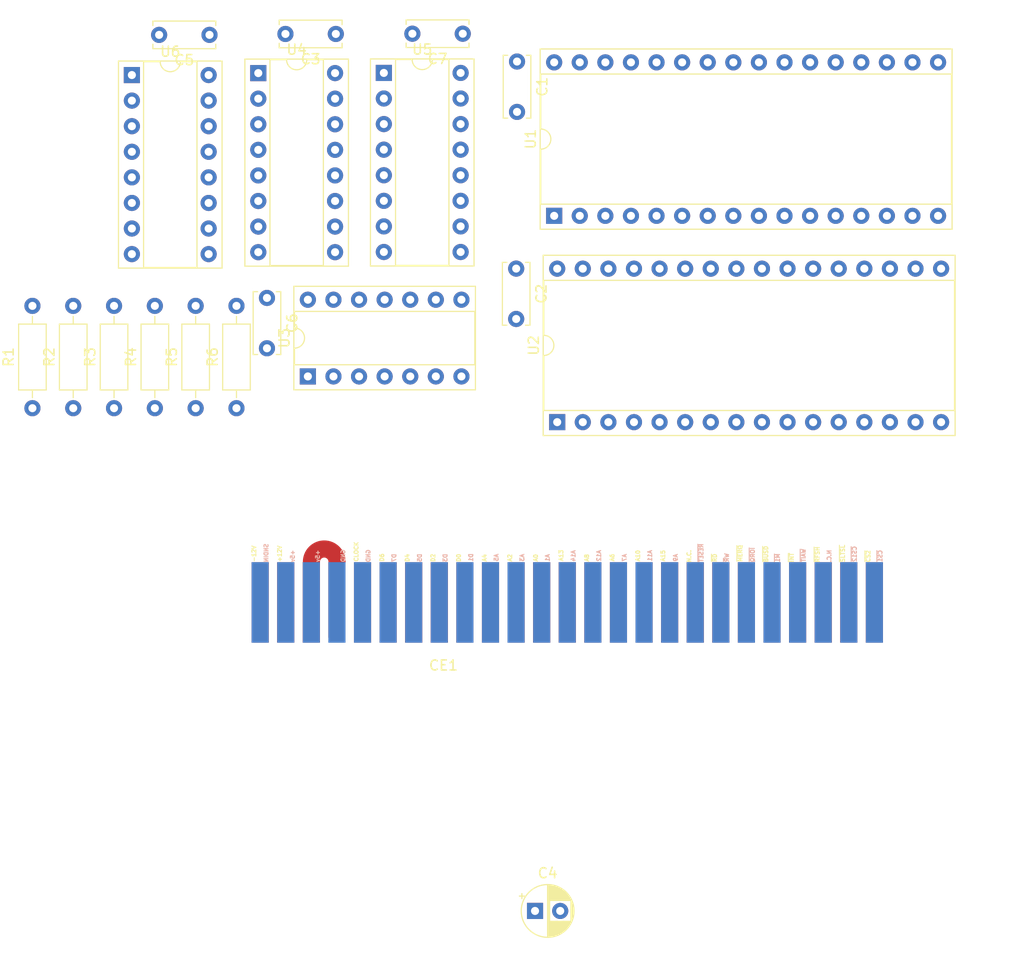
<source format=kicad_pcb>
(kicad_pcb (version 20221018) (generator pcbnew)
  (layers (0 "F.Cu" signal) (31 "B.Cu" signal) (34 "B.Paste" user) (35 "F.Paste" user) (36 "B.SilkS" user "B.Silkscreen") (37 "F.SilkS" user "F.Silkscreen") (38 "B.Mask" user) (39 "F.Mask" user) (44 "Edge.Cuts" user))
  (net 0 "")
  (net 21 "+5V")
  (net 22 "GND")
  (net 23 "/MA13")
  (net 24 "/MA14")
  (net 25 "/MA15")
  (net 26 "/MA16")
  (net 27 "/MA17")
  (net 28 "/A12")
  (net 29 "/A7")
  (net 30 "/A6")
  (net 31 "/A5")
  (net 32 "/A4")
  (net 33 "/A3")
  (net 34 "/A2")
  (net 35 "/A1")
  (net 36 "/A0")
  (net 37 "/D0")
  (net 38 "/D1")
  (net 39 "/D2")
  (net 40 "/D3")
  (net 41 "/D4")
  (net 42 "/D5")
  (net 43 "/D6")
  (net 44 "/D7")
  (net 45 "/ROM_CE1")
  (net 46 "/A10")
  (net 47 "/{slash}RD")
  (net 48 "/A11")
  (net 49 "/A9")
  (net 50 "/A8")
  (net 51 "/ROM_CE2")
  (net 52 "/{slash}WR")
  (net 53 "/{slash}SLTSL")
  (net 54 "/A15")
  (net 55 "/A13")
  (net 56 "Net-(U5A-A0)")
  (net 57 "Net-(U4-~{Er})")
  (net 58 "Net-(U4-~{Ew})")
  (net 65 "Net-(U3-Pad1)")
  (footprint "Resistor_THT:R_Axial_DIN0207_L6.3mm_D2.5mm_P10.16mm_Horizontal" (layer "F.Cu") (at 53.08 69.9 90)
    (fp_text reference "R4" (at 5.08 -2.37 90) (layer "F.SilkS"))
    (fp_text value "470R")
    (pad "1" thru_hole circle (at 0 0 90) (size 1.6 1.6) (drill 0.8) (layers "*.Cu" "*.Mask") (net 22 "GND"))
    (pad "2" thru_hole oval (at 10.16 0 90) (size 1.6 1.6) (drill 0.8) (layers "*.Cu" "*.Mask") (net 26 "/MA16"))
  )
  (footprint "Package_DIP:DIP-32_W15.24mm_Socket" (layer "F.Cu") (at 93.010721 71.285933 90)
    (fp_text reference "U2" (at 7.62 -2.33 90) (layer "F.SilkS"))
    (fp_text value "SST27ST020")
    (pad "1" thru_hole rect (at 0 0 90) (size 1.6 1.6) (drill 0.8) (layers "*.Cu" "*.Mask") (net 21 "+5V"))
    (pad "2" thru_hole oval (at 0 2.54 90) (size 1.6 1.6) (drill 0.8) (layers "*.Cu" "*.Mask") (net 26 "/MA16"))
    (pad "3" thru_hole oval (at 0 5.08 90) (size 1.6 1.6) (drill 0.8) (layers "*.Cu" "*.Mask") (net 25 "/MA15"))
    (pad "4" thru_hole oval (at 0 7.62 90) (size 1.6 1.6) (drill 0.8) (layers "*.Cu" "*.Mask") (net 28 "/A12"))
    (pad "5" thru_hole oval (at 0 10.16 90) (size 1.6 1.6) (drill 0.8) (layers "*.Cu" "*.Mask") (net 29 "/A7"))
    (pad "6" thru_hole oval (at 0 12.7 90) (size 1.6 1.6) (drill 0.8) (layers "*.Cu" "*.Mask") (net 30 "/A6"))
    (pad "7" thru_hole oval (at 0 15.24 90) (size 1.6 1.6) (drill 0.8) (layers "*.Cu" "*.Mask") (net 31 "/A5"))
    (pad "8" thru_hole oval (at 0 17.78 90) (size 1.6 1.6) (drill 0.8) (layers "*.Cu" "*.Mask") (net 32 "/A4"))
    (pad "9" thru_hole oval (at 0 20.32 90) (size 1.6 1.6) (drill 0.8) (layers "*.Cu" "*.Mask") (net 33 "/A3"))
    (pad "10" thru_hole oval (at 0 22.86 90) (size 1.6 1.6) (drill 0.8) (layers "*.Cu" "*.Mask") (net 34 "/A2"))
    (pad "11" thru_hole oval (at 0 25.4 90) (size 1.6 1.6) (drill 0.8) (layers "*.Cu" "*.Mask") (net 35 "/A1"))
    (pad "12" thru_hole oval (at 0 27.94 90) (size 1.6 1.6) (drill 0.8) (layers "*.Cu" "*.Mask") (net 36 "/A0"))
    (pad "13" thru_hole oval (at 0 30.48 90) (size 1.6 1.6) (drill 0.8) (layers "*.Cu" "*.Mask") (net 37 "/D0"))
    (pad "14" thru_hole oval (at 0 33.02 90) (size 1.6 1.6) (drill 0.8) (layers "*.Cu" "*.Mask") (net 38 "/D1"))
    (pad "15" thru_hole oval (at 0 35.56 90) (size 1.6 1.6) (drill 0.8) (layers "*.Cu" "*.Mask") (net 39 "/D2"))
    (pad "16" thru_hole oval (at 0 38.1 90) (size 1.6 1.6) (drill 0.8) (layers "*.Cu" "*.Mask") (net 22 "GND"))
    (pad "17" thru_hole oval (at 15.24 38.1 90) (size 1.6 1.6) (drill 0.8) (layers "*.Cu" "*.Mask") (net 40 "/D3"))
    (pad "18" thru_hole oval (at 15.24 35.56 90) (size 1.6 1.6) (drill 0.8) (layers "*.Cu" "*.Mask") (net 41 "/D4"))
    (pad "19" thru_hole oval (at 15.24 33.02 90) (size 1.6 1.6) (drill 0.8) (layers "*.Cu" "*.Mask") (net 42 "/D5"))
    (pad "20" thru_hole oval (at 15.24 30.48 90) (size 1.6 1.6) (drill 0.8) (layers "*.Cu" "*.Mask") (net 43 "/D6"))
    (pad "21" thru_hole oval (at 15.24 27.94 90) (size 1.6 1.6) (drill 0.8) (layers "*.Cu" "*.Mask") (net 44 "/D7"))
    (pad "22" thru_hole oval (at 15.24 25.4 90) (size 1.6 1.6) (drill 0.8) (layers "*.Cu" "*.Mask") (net 51 "/ROM_CE2"))
    (pad "23" thru_hole oval (at 15.24 22.86 90) (size 1.6 1.6) (drill 0.8) (layers "*.Cu" "*.Mask") (net 46 "/A10"))
    (pad "24" thru_hole oval (at 15.24 20.32 90) (size 1.6 1.6) (drill 0.8) (layers "*.Cu" "*.Mask") (net 47 "/{slash}RD"))
    (pad "25" thru_hole oval (at 15.24 17.78 90) (size 1.6 1.6) (drill 0.8) (layers "*.Cu" "*.Mask") (net 48 "/A11"))
    (pad "26" thru_hole oval (at 15.24 15.24 90) (size 1.6 1.6) (drill 0.8) (layers "*.Cu" "*.Mask") (net 49 "/A9"))
    (pad "27" thru_hole oval (at 15.24 12.7 90) (size 1.6 1.6) (drill 0.8) (layers "*.Cu" "*.Mask") (net 50 "/A8"))
    (pad "28" thru_hole oval (at 15.24 10.16 90) (size 1.6 1.6) (drill 0.8) (layers "*.Cu" "*.Mask") (net 23 "/MA13"))
    (pad "29" thru_hole oval (at 15.24 7.62 90) (size 1.6 1.6) (drill 0.8) (layers "*.Cu" "*.Mask") (net 24 "/MA14"))
    (pad "30" thru_hole oval (at 15.24 5.08 90) (size 1.6 1.6) (drill 0.8) (layers "*.Cu" "*.Mask") (net 27 "/MA17"))
    (pad "31" thru_hole oval (at 15.24 2.54 90) (size 1.6 1.6) (drill 0.8) (layers "*.Cu" "*.Mask") (net 21 "+5V"))
    (pad "32" thru_hole oval (at 15.24 0 90) (size 1.6 1.6) (drill 0.8) (layers "*.Cu" "*.Mask") (net 21 "+5V"))
  )
  (footprint "Package_DIP:DIP-16_W7.62mm_Socket" (layer "F.Cu") (at 50.8 36.82)
    (fp_text reference "U6" (at 3.81 -2.33) (layer "F.SilkS"))
    (fp_text value "74LS670")
    (pad "1" thru_hole rect (at 0 0) (size 1.6 1.6) (drill 0.8) (layers "*.Cu" "*.Mask") (net 42 "/D5"))
    (pad "2" thru_hole oval (at 0 2.54) (size 1.6 1.6) (drill 0.8) (layers "*.Cu" "*.Mask"))
    (pad "3" thru_hole oval (at 0 5.08) (size 1.6 1.6) (drill 0.8) (layers "*.Cu" "*.Mask"))
    (pad "4" thru_hole oval (at 0 7.62) (size 1.6 1.6) (drill 0.8) (layers "*.Cu" "*.Mask") (net 55 "/A13"))
    (pad "5" thru_hole oval (at 0 10.16) (size 1.6 1.6) (drill 0.8) (layers "*.Cu" "*.Mask") (net 54 "/A15"))
    (pad "6" thru_hole oval (at 0 12.7) (size 1.6 1.6) (drill 0.8) (layers "*.Cu" "*.Mask"))
    (pad "7" thru_hole oval (at 0 15.24) (size 1.6 1.6) (drill 0.8) (layers "*.Cu" "*.Mask"))
    (pad "8" thru_hole oval (at 0 17.78) (size 1.6 1.6) (drill 0.8) (layers "*.Cu" "*.Mask") (net 22 "GND"))
    (pad "9" thru_hole oval (at 7.62 17.78) (size 1.6 1.6) (drill 0.8) (layers "*.Cu" "*.Mask") (net 56 "Net-(U5A-A0)"))
    (pad "10" thru_hole oval (at 7.62 15.24) (size 1.6 1.6) (drill 0.8) (layers "*.Cu" "*.Mask") (net 27 "/MA17"))
    (pad "11" thru_hole oval (at 7.62 12.7) (size 1.6 1.6) (drill 0.8) (layers "*.Cu" "*.Mask") (net 57 "Net-(U4-~{Er})"))
    (pad "12" thru_hole oval (at 7.62 10.16) (size 1.6 1.6) (drill 0.8) (layers "*.Cu" "*.Mask") (net 58 "Net-(U4-~{Ew})"))
    (pad "13" thru_hole oval (at 7.62 7.62) (size 1.6 1.6) (drill 0.8) (layers "*.Cu" "*.Mask") (net 55 "/A13"))
    (pad "14" thru_hole oval (at 7.62 5.08) (size 1.6 1.6) (drill 0.8) (layers "*.Cu" "*.Mask") (net 54 "/A15"))
    (pad "15" thru_hole oval (at 7.62 2.54) (size 1.6 1.6) (drill 0.8) (layers "*.Cu" "*.Mask") (net 41 "/D4"))
    (pad "16" thru_hole oval (at 7.62 0) (size 1.6 1.6) (drill 0.8) (layers "*.Cu" "*.Mask") (net 21 "+5V"))
  )
  (footprint "Package_DIP:DIP-16_W7.62mm_Socket" (layer "F.Cu") (at 63.344983 36.627013)
    (fp_text reference "U4" (at 3.81 -2.33) (layer "F.SilkS"))
    (fp_text value "74LS670")
    (pad "1" thru_hole rect (at 0 0) (size 1.6 1.6) (drill 0.8) (layers "*.Cu" "*.Mask") (net 39 "/D2"))
    (pad "2" thru_hole oval (at 0 2.54) (size 1.6 1.6) (drill 0.8) (layers "*.Cu" "*.Mask") (net 38 "/D1"))
    (pad "3" thru_hole oval (at 0 5.08) (size 1.6 1.6) (drill 0.8) (layers "*.Cu" "*.Mask") (net 37 "/D0"))
    (pad "4" thru_hole oval (at 0 7.62) (size 1.6 1.6) (drill 0.8) (layers "*.Cu" "*.Mask") (net 55 "/A13"))
    (pad "5" thru_hole oval (at 0 10.16) (size 1.6 1.6) (drill 0.8) (layers "*.Cu" "*.Mask") (net 54 "/A15"))
    (pad "6" thru_hole oval (at 0 12.7) (size 1.6 1.6) (drill 0.8) (layers "*.Cu" "*.Mask") (net 23 "/MA13"))
    (pad "7" thru_hole oval (at 0 15.24) (size 1.6 1.6) (drill 0.8) (layers "*.Cu" "*.Mask") (net 24 "/MA14"))
    (pad "8" thru_hole oval (at 0 17.78) (size 1.6 1.6) (drill 0.8) (layers "*.Cu" "*.Mask") (net 22 "GND"))
    (pad "9" thru_hole oval (at 7.62 17.78) (size 1.6 1.6) (drill 0.8) (layers "*.Cu" "*.Mask") (net 25 "/MA15"))
    (pad "10" thru_hole oval (at 7.62 15.24) (size 1.6 1.6) (drill 0.8) (layers "*.Cu" "*.Mask") (net 26 "/MA16"))
    (pad "11" thru_hole oval (at 7.62 12.7) (size 1.6 1.6) (drill 0.8) (layers "*.Cu" "*.Mask") (net 57 "Net-(U4-~{Er})"))
    (pad "12" thru_hole oval (at 7.62 10.16) (size 1.6 1.6) (drill 0.8) (layers "*.Cu" "*.Mask") (net 58 "Net-(U4-~{Ew})"))
    (pad "13" thru_hole oval (at 7.62 7.62) (size 1.6 1.6) (drill 0.8) (layers "*.Cu" "*.Mask") (net 55 "/A13"))
    (pad "14" thru_hole oval (at 7.62 5.08) (size 1.6 1.6) (drill 0.8) (layers "*.Cu" "*.Mask") (net 54 "/A15"))
    (pad "15" thru_hole oval (at 7.62 2.54) (size 1.6 1.6) (drill 0.8) (layers "*.Cu" "*.Mask") (net 40 "/D3"))
    (pad "16" thru_hole oval (at 7.62 0) (size 1.6 1.6) (drill 0.8) (layers "*.Cu" "*.Mask") (net 21 "+5V"))
  )
  (footprint "Capacitor_THT:CP_Radial_D5.0mm_P2.50mm" (layer "F.Cu") (at 90.809775 119.82)
    (fp_text reference "C4" (at 1.25 -3.75) (layer "F.SilkS"))
    (fp_text value "10uf")
    (pad "1" thru_hole rect (at 0 0) (size 1.6 1.6) (drill 0.8) (layers "*.Cu" "*.Mask") (net 21 "+5V"))
    (pad "2" thru_hole circle (at 2.5 0) (size 1.6 1.6) (drill 0.8) (layers "*.Cu" "*.Mask") (net 22 "GND"))
  )
  (footprint "Capacitor_THT:C_Disc_D6.0mm_W2.5mm_P5.00mm" (layer "F.Cu") (at 71.04 32.740403 180)
    (fp_text reference "C3" (at 2.5 -2.5) (layer "F.SilkS"))
    (fp_text value "100n")
    (pad "1" thru_hole circle (at 0 0 180) (size 1.6 1.6) (drill 0.8) (layers "*.Cu" "*.Mask") (net 21 "+5V"))
    (pad "2" thru_hole circle (at 5 0 180) (size 1.6 1.6) (drill 0.8) (layers "*.Cu" "*.Mask") (net 22 "GND"))
  )
  (footprint "Capacitor_THT:C_Disc_D6.0mm_W2.5mm_P5.00mm" (layer "F.Cu") (at 64.206199 58.950752 -90)
    (fp_text reference "C6" (at 2.5 -2.5 90) (layer "F.SilkS"))
    (fp_text value "100n")
    (pad "1" thru_hole circle (at 0 0 270) (size 1.6 1.6) (drill 0.8) (layers "*.Cu" "*.Mask") (net 21 "+5V"))
    (pad "2" thru_hole circle (at 5 0 270) (size 1.6 1.6) (drill 0.8) (layers "*.Cu" "*.Mask") (net 22 "GND"))
  )
  (footprint "Capacitor_THT:C_Disc_D6.0mm_W2.5mm_P5.00mm" (layer "F.Cu") (at 58.504437 32.831333 180)
    (fp_text reference "C5" (at 2.5 -2.5) (layer "F.SilkS"))
    (fp_text value "100n")
    (pad "1" thru_hole circle (at 0 0 180) (size 1.6 1.6) (drill 0.8) (layers "*.Cu" "*.Mask") (net 21 "+5V"))
    (pad "2" thru_hole circle (at 5 0 180) (size 1.6 1.6) (drill 0.8) (layers "*.Cu" "*.Mask") (net 22 "GND"))
  )
  (footprint "Package_DIP:DIP-32_W15.24mm_Socket" (layer "F.Cu") (at 92.71 50.8 90)
    (fp_text reference "U1" (at 7.62 -2.33 90) (layer "F.SilkS"))
    (fp_text value "SST27ST020")
    (pad "1" thru_hole rect (at 0 0 90) (size 1.6 1.6) (drill 0.8) (layers "*.Cu" "*.Mask") (net 21 "+5V"))
    (pad "2" thru_hole oval (at 0 2.54 90) (size 1.6 1.6) (drill 0.8) (layers "*.Cu" "*.Mask") (net 26 "/MA16"))
    (pad "3" thru_hole oval (at 0 5.08 90) (size 1.6 1.6) (drill 0.8) (layers "*.Cu" "*.Mask") (net 25 "/MA15"))
    (pad "4" thru_hole oval (at 0 7.62 90) (size 1.6 1.6) (drill 0.8) (layers "*.Cu" "*.Mask") (net 28 "/A12"))
    (pad "5" thru_hole oval (at 0 10.16 90) (size 1.6 1.6) (drill 0.8) (layers "*.Cu" "*.Mask") (net 29 "/A7"))
    (pad "6" thru_hole oval (at 0 12.7 90) (size 1.6 1.6) (drill 0.8) (layers "*.Cu" "*.Mask") (net 30 "/A6"))
    (pad "7" thru_hole oval (at 0 15.24 90) (size 1.6 1.6) (drill 0.8) (layers "*.Cu" "*.Mask") (net 31 "/A5"))
    (pad "8" thru_hole oval (at 0 17.78 90) (size 1.6 1.6) (drill 0.8) (layers "*.Cu" "*.Mask") (net 32 "/A4"))
    (pad "9" thru_hole oval (at 0 20.32 90) (size 1.6 1.6) (drill 0.8) (layers "*.Cu" "*.Mask") (net 33 "/A3"))
    (pad "10" thru_hole oval (at 0 22.86 90) (size 1.6 1.6) (drill 0.8) (layers "*.Cu" "*.Mask") (net 34 "/A2"))
    (pad "11" thru_hole oval (at 0 25.4 90) (size 1.6 1.6) (drill 0.8) (layers "*.Cu" "*.Mask") (net 35 "/A1"))
    (pad "12" thru_hole oval (at 0 27.94 90) (size 1.6 1.6) (drill 0.8) (layers "*.Cu" "*.Mask") (net 36 "/A0"))
    (pad "13" thru_hole oval (at 0 30.48 90) (size 1.6 1.6) (drill 0.8) (layers "*.Cu" "*.Mask") (net 37 "/D0"))
    (pad "14" thru_hole oval (at 0 33.02 90) (size 1.6 1.6) (drill 0.8) (layers "*.Cu" "*.Mask") (net 38 "/D1"))
    (pad "15" thru_hole oval (at 0 35.56 90) (size 1.6 1.6) (drill 0.8) (layers "*.Cu" "*.Mask") (net 39 "/D2"))
    (pad "16" thru_hole oval (at 0 38.1 90) (size 1.6 1.6) (drill 0.8) (layers "*.Cu" "*.Mask") (net 22 "GND"))
    (pad "17" thru_hole oval (at 15.24 38.1 90) (size 1.6 1.6) (drill 0.8) (layers "*.Cu" "*.Mask") (net 40 "/D3"))
    (pad "18" thru_hole oval (at 15.24 35.56 90) (size 1.6 1.6) (drill 0.8) (layers "*.Cu" "*.Mask") (net 41 "/D4"))
    (pad "19" thru_hole oval (at 15.24 33.02 90) (size 1.6 1.6) (drill 0.8) (layers "*.Cu" "*.Mask") (net 42 "/D5"))
    (pad "20" thru_hole oval (at 15.24 30.48 90) (size 1.6 1.6) (drill 0.8) (layers "*.Cu" "*.Mask") (net 43 "/D6"))
    (pad "21" thru_hole oval (at 15.24 27.94 90) (size 1.6 1.6) (drill 0.8) (layers "*.Cu" "*.Mask") (net 44 "/D7"))
    (pad "22" thru_hole oval (at 15.24 25.4 90) (size 1.6 1.6) (drill 0.8) (layers "*.Cu" "*.Mask") (net 45 "/ROM_CE1"))
    (pad "23" thru_hole oval (at 15.24 22.86 90) (size 1.6 1.6) (drill 0.8) (layers "*.Cu" "*.Mask") (net 46 "/A10"))
    (pad "24" thru_hole oval (at 15.24 20.32 90) (size 1.6 1.6) (drill 0.8) (layers "*.Cu" "*.Mask") (net 47 "/{slash}RD"))
    (pad "25" thru_hole oval (at 15.24 17.78 90) (size 1.6 1.6) (drill 0.8) (layers "*.Cu" "*.Mask") (net 48 "/A11"))
    (pad "26" thru_hole oval (at 15.24 15.24 90) (size 1.6 1.6) (drill 0.8) (layers "*.Cu" "*.Mask") (net 49 "/A9"))
    (pad "27" thru_hole oval (at 15.24 12.7 90) (size 1.6 1.6) (drill 0.8) (layers "*.Cu" "*.Mask") (net 50 "/A8"))
    (pad "28" thru_hole oval (at 15.24 10.16 90) (size 1.6 1.6) (drill 0.8) (layers "*.Cu" "*.Mask") (net 23 "/MA13"))
    (pad "29" thru_hole oval (at 15.24 7.62 90) (size 1.6 1.6) (drill 0.8) (layers "*.Cu" "*.Mask") (net 24 "/MA14"))
    (pad "30" thru_hole oval (at 15.24 5.08 90) (size 1.6 1.6) (drill 0.8) (layers "*.Cu" "*.Mask") (net 27 "/MA17"))
    (pad "31" thru_hole oval (at 15.24 2.54 90) (size 1.6 1.6) (drill 0.8) (layers "*.Cu" "*.Mask") (net 21 "+5V"))
    (pad "32" thru_hole oval (at 15.24 0 90) (size 1.6 1.6) (drill 0.8) (layers "*.Cu" "*.Mask") (net 21 "+5V"))
  )
  (footprint "Package_DIP:DIP-16_W7.62mm_Socket" (layer "F.Cu") (at 75.806441 36.609889)
    (fp_text reference "U5" (at 3.81 -2.33) (layer "F.SilkS"))
    (fp_text value "74LS139")
    (pad "1" thru_hole rect (at 0 0) (size 1.6 1.6) (drill 0.8) (layers "*.Cu" "*.Mask") (net 53 "/{slash}SLTSL"))
    (pad "2" thru_hole oval (at 0 2.54) (size 1.6 1.6) (drill 0.8) (layers "*.Cu" "*.Mask") (net 56 "Net-(U5A-A0)"))
    (pad "3" thru_hole oval (at 0 5.08) (size 1.6 1.6) (drill 0.8) (layers "*.Cu" "*.Mask") (net 22 "GND"))
    (pad "4" thru_hole oval (at 0 7.62) (size 1.6 1.6) (drill 0.8) (layers "*.Cu" "*.Mask") (net 45 "/ROM_CE1"))
    (pad "5" thru_hole oval (at 0 10.16) (size 1.6 1.6) (drill 0.8) (layers "*.Cu" "*.Mask") (net 51 "/ROM_CE2"))
    (pad "6" thru_hole oval (at 0 12.7) (size 1.6 1.6) (drill 0.8) (layers "*.Cu" "*.Mask"))
    (pad "7" thru_hole oval (at 0 15.24) (size 1.6 1.6) (drill 0.8) (layers "*.Cu" "*.Mask"))
    (pad "8" thru_hole oval (at 0 17.78) (size 1.6 1.6) (drill 0.8) (layers "*.Cu" "*.Mask") (net 22 "GND"))
    (pad "9" thru_hole oval (at 7.62 17.78) (size 1.6 1.6) (drill 0.8) (layers "*.Cu" "*.Mask"))
    (pad "10" thru_hole oval (at 7.62 15.24) (size 1.6 1.6) (drill 0.8) (layers "*.Cu" "*.Mask"))
    (pad "11" thru_hole oval (at 7.62 12.7) (size 1.6 1.6) (drill 0.8) (layers "*.Cu" "*.Mask"))
    (pad "12" thru_hole oval (at 7.62 10.16) (size 1.6 1.6) (drill 0.8) (layers "*.Cu" "*.Mask"))
    (pad "13" thru_hole oval (at 7.62 7.62) (size 1.6 1.6) (drill 0.8) (layers "*.Cu" "*.Mask"))
    (pad "14" thru_hole oval (at 7.62 5.08) (size 1.6 1.6) (drill 0.8) (layers "*.Cu" "*.Mask"))
    (pad "15" thru_hole oval (at 7.62 2.54) (size 1.6 1.6) (drill 0.8) (layers "*.Cu" "*.Mask"))
    (pad "16" thru_hole oval (at 7.62 0) (size 1.6 1.6) (drill 0.8) (layers "*.Cu" "*.Mask") (net 21 "+5V"))
  )
  (footprint "Lib_add:card_edge_connector_MSX" (layer "F.Cu") (at 92.75 86.04)
    (fp_text reference "CE1" (at -11.03 9.4) (layer "F.SilkS"))
    (fp_text value "Card_Edge_Connector_MSX")
    (fp_text user "GND" (at -18.49 -1.48 -90) (layer "B.SilkS") (effects (font (size 0.4 0.4) (thickness 0.1)) (justify mirror)))
    (fp_text user "A9" (at 12.01 -1.3 -90) (layer "B.SilkS") (effects (font (size 0.4 0.4) (thickness 0.1)) (justify mirror)))
    (fp_text user "~{CS12}" (at 29.77 -1.66 -90) (layer "B.SilkS") (effects (font (size 0.4 0.4) (thickness 0.1)) (justify mirror)))
    (fp_text user "~{RESET}" (at 14.55 -1.77 -90) (layer "B.SilkS") (effects (font (size 0.4 0.4) (thickness 0.1)) (justify mirror)))
    (fp_text user "D5" (at -13.39 -1.28 -90) (layer "B.SilkS") (effects (font (size 0.4 0.4) (thickness 0.1)) (justify mirror)))
    (fp_text user "A12" (at 4.4 -1.49 -90) (layer "B.SilkS") (effects (font (size 0.4 0.4) (thickness 0.1)) (justify mirror)))
    (fp_text user "SNDIN" (at -28.62 -1.77 -90) (layer "B.SilkS") (effects (font (size 0.4 0.4) (thickness 0.1)) (justify mirror)))
    (fp_text user "D3" (at -10.85 -1.28 -90) (layer "B.SilkS") (effects (font (size 0.4 0.4) (thickness 0.1)) (justify mirror)))
    (fp_text user "A1" (at -0.7 -1.28 -90) (layer "B.SilkS") (effects (font (size 0.4 0.4) (thickness 0.1)) (justify mirror)))
    (fp_text user "A7" (at 6.94 -1.3 -90) (layer "B.SilkS") (effects (font (size 0.4 0.4) (thickness 0.1)) (justify mirror)))
    (fp_text user "D1" (at -8.3 -1.31 -90) (layer "B.SilkS") (effects (font (size 0.4 0.4) (thickness 0.1)) (justify mirror)))
    (fp_text user "~{WAIT}" (at 24.71 -1.53 -90) (layer "B.SilkS") (effects (font (size 0.4 0.4) (thickness 0.1)) (justify mirror)))
    (fp_text user "~{IORQ}" (at 19.65 -1.59 -90) (layer "B.SilkS") (effects (font (size 0.4 0.4) (thickness 0.1)) (justify mirror)))
    (fp_text user "D7" (at -15.93 -1.28 -90) (layer "B.SilkS") (effects (font (size 0.4 0.4) (thickness 0.1)) (justify mirror)))
    (fp_text user "A5" (at -5.78 -1.31 -90) (layer "B.SilkS") (effects (font (size 0.4 0.4) (thickness 0.1)) (justify mirror)))
    (fp_text user "~{CS1}" (at 32.32 -1.46 -90) (layer "B.SilkS") (effects (font (size 0.4 0.4) (thickness 0.1)) (justify mirror)))
    (fp_text user "A14" (at 1.86 -1.48 -90) (layer "B.SilkS") (effects (font (size 0.4 0.4) (thickness 0.1)) (justify mirror)))
    (fp_text user "+5v" (at -26 -1.46 -90) (layer "B.SilkS") (effects (font (size 0.4 0.4) (thickness 0.1)) (justify mirror)))
    (fp_text user "GND" (at -20.99 -1.48 -90) (layer "B.SilkS") (effects (font (size 0.4 0.4) (thickness 0.1)) (justify mirror)))
    (fp_text user "~{M1}" (at 22.15 -1.28 -90) (layer "B.SilkS") (effects (font (size 0.4 0.4) (thickness 0.1)) (justify mirror)))
    (fp_text user "N.C." (at 27.26 -1.46 -90) (layer "B.SilkS") (effects (font (size 0.4 0.4) (thickness 0.1)) (justify mirror)))
    (fp_text user "+5v" (at -23.51 -1.46 -90) (layer "B.SilkS") (effects (font (size 0.4 0.4) (thickness 0.1)) (justify mirror)))
    (fp_text user "A3" (at -3.22 -1.3 -90) (layer "B.SilkS") (effects (font (size 0.4 0.4) (thickness 0.1)) (justify mirror)))
    (fp_text user "A11" (at 9.46 -1.49 -90) (layer "B.SilkS") (effects (font (size 0.4 0.4) (thickness 0.1)) (justify mirror)))
    (fp_text user "W~{R}" (at 17.09 -1.31 -90) (layer "B.SilkS") (effects (font (size 0.4 0.4) (thickness 0.1)) (justify mirror)))
    (fp_text user "A8" (at 3.2 -1.28 90) (layer "F.SilkS") (effects (font (size 0.4 0.4) (thickness 0.1))))
    (fp_text user "~{INT}" (at 23.53 -1.31 90) (layer "F.SilkS") (effects (font (size 0.4 0.4) (thickness 0.1))))
    (fp_text user "~{CS2}" (at 31.13 -1.44 90) (layer "F.SilkS") (effects (font (size 0.4 0.4) (thickness 0.1))))
    (fp_text user "~{MERQ}" (at 18.42 -1.72 90) (layer "F.SilkS") (effects (font (size 0.4 0.4) (thickness 0.1))))
    (fp_text user "D0" (at -9.51 -1.28 90) (layer "F.SilkS") (effects (font (size 0.4 0.4) (thickness 0.1))))
    (fp_text user "CLOCK" (at -19.68 -1.89 90) (layer "F.SilkS") (effects (font (size 0.4 0.4) (thickness 0.1))))
    (fp_text user "~{BUSD}" (at 20.98 -1.66 90) (layer "F.SilkS") (effects (font (size 0.4 0.4) (thickness 0.1))))
    (fp_text user "A0" (at -1.87 -1.28 90) (layer "F.SilkS") (effects (font (size 0.4 0.4) (thickness 0.1))))
    (fp_text user "A10" (at 8.27 -1.49 90) (layer "F.SilkS") (effects (font (size 0.4 0.4) (thickness 0.1))))
    (fp_text user "~{RD}" (at 15.9 -1.28 90) (layer "F.SilkS") (effects (font (size 0.4 0.4) (thickness 0.1))))
    (fp_text user "~{RFSH}" (at 26.09 -1.62 90) (layer "F.SilkS") (effects (font (size 0.4 0.4) (thickness 0.1))))
    (fp_text user "A2" (at -4.43 -1.28 90) (layer "F.SilkS") (effects (font (size 0.4 0.4) (thickness 0.1))))
    (fp_text user "A4" (at -6.95 -1.28 90) (layer "F.SilkS") (effects (font (size 0.4 0.4) (thickness 0.1))))
    (fp_text user "A13" (at 0.65 -1.52 90) (layer "F.SilkS") (effects (font (size 0.4 0.4) (thickness 0.1))))
    (fp_text user "-12V" (at -29.83 -1.69 90) (layer "F.SilkS") (effects (font (size 0.4 0.4) (thickness 0.1))))
    (fp_text user "+12V" (at -27.28 -1.69 90) (layer "F.SilkS") (effects (font (size 0.4 0.4) (thickness 0.1))))
    (fp_text user "N.C." (at 13.35 -1.45 90) (layer "F.SilkS") (effects (font (size 0.4 0.4) (thickness 0.1))))
    (fp_text user "A15" (at 10.76 -1.49 90) (layer "F.SilkS") (effects (font (size 0.4 0.4) (thickness 0.1))))
    (fp_text user "D6" (at -17.13 -1.31 90) (layer "F.SilkS") (effects (font (size 0.4 0.4) (thickness 0.1))))
    (fp_text user "D2" (at -12.06 -1.28 90) (layer "F.SilkS") (effects (font (size 0.4 0.4) (thickness 0.1))))
    (fp_text user "~{SLTSL}" (at 28.6 -1.71 90) (layer "F.SilkS") (effects (font (size 0.4 0.4) (thickness 0.1))))
    (fp_text user "D4" (at -14.61 -1.28 90) (layer "F.SilkS") (effects (font (size 0.4 0.4) (thickness 0.1))))
    (fp_text user "A6" (at 5.72 -1.31 90) (layer "F.SilkS") (effects (font (size 0.4 0.4) (thickness 0.1))))
    (fp_arc (start -24.13 -0.889) (mid -22.86 -2.159) (end -21.59 -0.889) (stroke (width 1.7)) (layer "F.Cu"))
    (pad "1" connect rect (at 31.73984 3.14744) (size 1.7 8) (layers "B.Cu" "B.Mask"))
    (pad "2" connect rect (at 31.73984 3.14744) (size 1.7 8) (layers "F.Cu" "F.Mask"))
    (pad "3" connect rect (at 29.19984 3.14744) (size 1.7 8) (layers "B.Cu" "B.Mask"))
    (pad "4" connect rect (at 29.19984 3.14744) (size 1.7 8) (layers "F.Cu" "F.Mask") (net 53 "/{slash}SLTSL"))
    (pad "5" connect rect (at 26.65984 3.14744) (size 1.7 8) (layers "B.Cu" "B.Mask"))
    (pad "6" connect rect (at 26.65984 3.14744) (size 1.7 8) (layers "F.Cu" "F.Mask"))
    (pad "7" connect rect (at 24.11984 3.14744) (size 1.7 8) (layers "B.Cu" "B.Mask"))
    (pad "8" connect rect (at 24.11984 3.14744) (size 1.7 8) (layers "F.Cu" "F.Mask"))
    (pad "9" connect rect (at 21.57984 3.14744) (size 1.7 8) (layers "B.Cu" "B.Mask"))
    (pad "10" connect rect (at 21.57984 3.14744) (size 1.7 8) (layers "F.Cu" "F.Mask"))
    (pad "11" connect rect (at 19.03984 3.14744) (size 1.7 8) (layers "B.Cu" "B.Mask"))
    (pad "12" connect rect (at 19.03984 3.14744) (size 1.7 8) (layers "F.Cu" "F.Mask"))
    (pad "13" connect rect (at 16.49984 3.14744) (size 1.7 8) (layers "B.Cu" "B.Mask") (net 52 "/{slash}WR"))
    (pad "14" connect rect (at 16.49984 3.14744) (size 1.7 8) (layers "F.Cu" "F.Mask") (net 47 "/{slash}RD"))
    (pad "15" connect rect (at 13.95984 3.14744) (size 1.7 8) (layers "B.Cu" "B.Mask"))
    (pad "16" connect rect (at 13.95984 3.14744) (size 1.7 8) (layers "F.Cu" "F.Mask"))
    (pad "17" connect rect (at 11.41984 3.14744) (size 1.7 8) (layers "B.Cu" "B.Mask") (net 49 "/A9"))
    (pad "18" connect rect (at 11.41984 3.14744) (size 1.7 8) (layers "F.Cu" "F.Mask") (net 54 "/A15"))
    (pad "19" connect rect (at 8.87984 3.14744) (size 1.7 8) (layers "B.Cu" "B.Mask") (net 48 "/A11"))
    (pad "20" connect rect (at 8.87984 3.14744) (size 1.7 8) (layers "F.Cu" "F.Mask") (net 46 "/A10"))
    (pad "21" connect rect (at 6.33984 3.14744) (size 1.7 8) (layers "B.Cu" "B.Mask") (net 29 "/A7"))
    (pad "22" connect rect (at 6.33984 3.14744) (size 1.7 8) (layers "F.Cu" "F.Mask") (net 30 "/A6"))
    (pad "23" connect rect (at 3.79984 3.14744) (size 1.7 8) (layers "B.Cu" "B.Mask") (net 28 "/A12"))
    (pad "24" connect rect (at 3.79984 3.14744) (size 1.7 8) (layers "F.Cu" "F.Mask") (net 50 "/A8"))
    (pad "25" connect rect (at 1.25984 3.14744) (size 1.7 8) (layers "B.Cu" "B.Mask"))
    (pad "26" connect rect (at 1.25984 3.14744) (size 1.7 8) (layers "F.Cu" "F.Mask") (net 55 "/A13"))
    (pad "27" connect rect (at -1.28016 3.14744) (size 1.7 8) (layers "B.Cu" "B.Mask") (net 35 "/A1"))
    (pad "28" connect rect (at -1.28016 3.14744) (size 1.7 8) (layers "F.Cu" "F.Mask") (net 36 "/A0"))
    (pad "29" connect rect (at -3.82016 3.14744) (size 1.7 8) (layers "B.Cu" "B.Mask") (net 33 "/A3"))
    (pad "30" connect rect (at -3.82016 3.14744) (size 1.7 8) (layers "F.Cu" "F.Mask") (net 34 "/A2"))
    (pad "31" connect rect (at -6.36016 3.14744) (size 1.7 8) (layers "B.Cu" "B.Mask") (net 31 "/A5"))
    (pad "32" connect rect (at -6.36016 3.14744) (size 1.7 8) (layers "F.Cu" "F.Mask") (net 32 "/A4"))
    (pad "33" connect rect (at -8.90016 3.14744) (size 1.7 8) (layers "B.Cu" "B.Mask") (net 38 "/D1"))
    (pad "34" connect rect (at -8.90016 3.14744) (size 1.7 8) (layers "F.Cu" "F.Mask") (net 37 "/D0"))
    (pad "35" connect rect (at -11.44016 3.14744) (size 1.7 8) (layers "B.Cu" "B.Mask") (net 40 "/D3"))
    (pad "36" connect rect (at -11.44016 3.14744) (size 1.7 8) (layers "F.Cu" "F.Mask") (net 39 "/D2"))
    (pad "37" connect rect (at -13.98016 3.14744) (size 1.7 8) (layers "B.Cu" "B.Mask") (net 42 "/D5"))
    (pad "38" connect rect (at -13.98016 3.14744) (size 1.7 8) (layers "F.Cu" "F.Mask") (net 41 "/D4"))
    (pad "39" connect rect (at -16.52016 3.14744) (size 1.7 8) (layers "B.Cu" "B.Mask") (net 44 "/D7"))
    (pad "40" connect rect (at -16.52016 3.14744) (size 1.7 8) (layers "F.Cu" "F.Mask") (net 43 "/D6"))
    (pad "41" connect rect (at -19.06016 3.14744) (size 1.7 8) (layers "B.Cu" "B.Mask") (net 22 "GND"))
    (pad "42" connect rect (at -19.06016 3.14744) (size 1.7 8) (layers "F.Cu" "F.Mask"))
    (pad "43" connect rect (at -21.60016 3.14744) (size 1.7 8) (layers "B.Cu" "B.Mask") (net 22 "GND"))
    (pad "44" connect rect (at -21.6 2.898) (size 1.7 7.5) (layers "F.Cu" "F.Mask"))
    (pad "45" connect rect (at -24.14016 3.14744) (size 1.7 8) (layers "B.Cu" "B.Mask") (net 21 "+5V"))
    (pad "46" connect rect (at -24.14016 3.14744) (size 1.7 8) (layers "F.Cu" "F.Mask"))
    (pad "47" connect rect (at -26.68016 3.14744) (size 1.7 8) (layers "B.Cu" "B.Mask") (net 21 "+5V"))
    (pad "48" connect rect (at -26.68016 3.14744) (size 1.7 8) (layers "F.Cu" "F.Mask"))
    (pad "49" connect rect (at -29.22016 3.14744) (size 1.7 8) (layers "B.Cu" "B.Mask"))
    (pad "50" connect rect (at -29.22016 3.14744) (size 1.7 8) (layers "F.Cu" "F.Mask"))
  )
  (footprint "Capacitor_THT:C_Disc_D6.0mm_W2.5mm_P5.00mm" (layer "F.Cu") (at 89.023775 35.479887 -90)
    (fp_text reference "C1" (at 2.5 -2.5 90) (layer "F.SilkS"))
    (fp_text value "100n")
    (pad "1" thru_hole circle (at 0 0 270) (size 1.6 1.6) (drill 0.8) (layers "*.Cu" "*.Mask") (net 21 "+5V"))
    (pad "2" thru_hole circle (at 5 0 270) (size 1.6 1.6) (drill 0.8) (layers "*.Cu" "*.Mask") (net 22 "GND"))
  )
  (footprint "Capacitor_THT:C_Disc_D6.0mm_W2.5mm_P5.00mm" (layer "F.Cu") (at 83.637241 32.716773 180)
    (fp_text reference "C7" (at 2.5 -2.5) (layer "F.SilkS"))
    (fp_text value "100n")
    (pad "1" thru_hole circle (at 0 0 180) (size 1.6 1.6) (drill 0.8) (layers "*.Cu" "*.Mask") (net 21 "+5V"))
    (pad "2" thru_hole circle (at 5 0 180) (size 1.6 1.6) (drill 0.8) (layers "*.Cu" "*.Mask") (net 22 "GND"))
  )
  (footprint "Package_DIP:DIP-14_W7.62mm_Socket" (layer "F.Cu") (at 68.265855 66.747404 90)
    (fp_text reference "U3" (at 3.81 -2.33 90) (layer "F.SilkS"))
    (fp_text value "74LS02")
    (pad "1" thru_hole rect (at 0 0 90) (size 1.6 1.6) (drill 0.8) (layers "*.Cu" "*.Mask") (net 65 "Net-(U3-Pad1)"))
    (pad "2" thru_hole oval (at 0 2.54 90) (size 1.6 1.6) (drill 0.8) (layers "*.Cu" "*.Mask") (net 52 "/{slash}WR"))
    (pad "3" thru_hole oval (at 0 5.08 90) (size 1.6 1.6) (drill 0.8) (layers "*.Cu" "*.Mask") (net 53 "/{slash}SLTSL"))
    (pad "4" thru_hole oval (at 0 7.62 90) (size 1.6 1.6) (drill 0.8) (layers "*.Cu" "*.Mask") (net 58 "Net-(U4-~{Ew})"))
    (pad "5" thru_hole oval (at 0 10.16 90) (size 1.6 1.6) (drill 0.8) (layers "*.Cu" "*.Mask") (net 65 "Net-(U3-Pad1)"))
    (pad "6" thru_hole oval (at 0 12.7 90) (size 1.6 1.6) (drill 0.8) (layers "*.Cu" "*.Mask") (net 65 "Net-(U3-Pad1)"))
    (pad "7" thru_hole oval (at 0 15.24 90) (size 1.6 1.6) (drill 0.8) (layers "*.Cu" "*.Mask") (net 22 "GND"))
    (pad "8" thru_hole oval (at 7.62 15.24 90) (size 1.6 1.6) (drill 0.8) (layers "*.Cu" "*.Mask") (net 54 "/A15"))
    (pad "9" thru_hole oval (at 7.62 12.7 90) (size 1.6 1.6) (drill 0.8) (layers "*.Cu" "*.Mask") (net 55 "/A13"))
    (pad "10" thru_hole oval (at 7.62 10.16 90) (size 1.6 1.6) (drill 0.8) (layers "*.Cu" "*.Mask") (net 57 "Net-(U4-~{Er})"))
    (pad "11" thru_hole oval (at 7.62 7.62 90) (size 1.6 1.6) (drill 0.8) (layers "*.Cu" "*.Mask"))
    (pad "12" thru_hole oval (at 7.62 5.08 90) (size 1.6 1.6) (drill 0.8) (layers "*.Cu" "*.Mask"))
    (pad "13" thru_hole oval (at 7.62 2.54 90) (size 1.6 1.6) (drill 0.8) (layers "*.Cu" "*.Mask"))
    (pad "14" thru_hole oval (at 7.62 0 90) (size 1.6 1.6) (drill 0.8) (layers "*.Cu" "*.Mask") (net 21 "+5V"))
  )
  (footprint "Capacitor_THT:C_Disc_D6.0mm_W2.5mm_P5.00mm" (layer "F.Cu") (at 88.939856 56.039713 -90)
    (fp_text reference "C2" (at 2.5 -2.5 90) (layer "F.SilkS"))
    (fp_text value "100n")
    (pad "1" thru_hole circle (at 0 0 270) (size 1.6 1.6) (drill 0.8) (layers "*.Cu" "*.Mask") (net 21 "+5V"))
    (pad "2" thru_hole circle (at 5 0 270) (size 1.6 1.6) (drill 0.8) (layers "*.Cu" "*.Mask") (net 22 "GND"))
  )
  (footprint "Resistor_THT:R_Axial_DIN0207_L6.3mm_D2.5mm_P10.16mm_Horizontal" (layer "F.Cu") (at 44.98 69.9 90)
    (fp_text reference "R2" (at 5.08 -2.37 90) (layer "F.SilkS"))
    (fp_text value "470R")
    (pad "1" thru_hole circle (at 0 0 90) (size 1.6 1.6) (drill 0.8) (layers "*.Cu" "*.Mask") (net 22 "GND"))
    (pad "2" thru_hole oval (at 10.16 0 90) (size 1.6 1.6) (drill 0.8) (layers "*.Cu" "*.Mask") (net 24 "/MA14"))
  )
  (footprint "Resistor_THT:R_Axial_DIN0207_L6.3mm_D2.5mm_P10.16mm_Horizontal" (layer "F.Cu") (at 61.18 69.9 90)
    (fp_text reference "R6" (at 5.08 -2.37 90) (layer "F.SilkS"))
    (fp_text value "470R")
    (pad "1" thru_hole circle (at 0 0 90) (size 1.6 1.6) (drill 0.8) (layers "*.Cu" "*.Mask") (net 22 "GND"))
    (pad "2" thru_hole oval (at 10.16 0 90) (size 1.6 1.6) (drill 0.8) (layers "*.Cu" "*.Mask") (net 27 "/MA17"))
  )
  (footprint "Resistor_THT:R_Axial_DIN0207_L6.3mm_D2.5mm_P10.16mm_Horizontal" (layer "F.Cu") (at 57.13 69.9 90)
    (fp_text reference "R5" (at 5.08 -2.37 90) (layer "F.SilkS"))
    (fp_text value "470R")
    (pad "1" thru_hole circle (at 0 0 90) (size 1.6 1.6) (drill 0.8) (layers "*.Cu" "*.Mask") (net 22 "GND"))
    (pad "2" thru_hole oval (at 10.16 0 90) (size 1.6 1.6) (drill 0.8) (layers "*.Cu" "*.Mask") (net 56 "Net-(U5A-A0)"))
  )
  (footprint "Resistor_THT:R_Axial_DIN0207_L6.3mm_D2.5mm_P10.16mm_Horizontal" (layer "F.Cu") (at 40.93 69.9 90)
    (fp_text reference "R1" (at 5.08 -2.37 90) (layer "F.SilkS"))
    (fp_text value "470R")
    (pad "1" thru_hole circle (at 0 0 90) (size 1.6 1.6) (drill 0.8) (layers "*.Cu" "*.Mask") (net 22 "GND"))
    (pad "2" thru_hole oval (at 10.16 0 90) (size 1.6 1.6) (drill 0.8) (layers "*.Cu" "*.Mask") (net 23 "/MA13"))
  )
  (footprint "Resistor_THT:R_Axial_DIN0207_L6.3mm_D2.5mm_P10.16mm_Horizontal" (layer "F.Cu") (at 49.03 69.9 90)
    (fp_text reference "R3" (at 5.08 -2.37 90) (layer "F.SilkS"))
    (fp_text value "470R")
    (pad "1" thru_hole circle (at 0 0 90) (size 1.6 1.6) (drill 0.8) (layers "*.Cu" "*.Mask") (net 22 "GND"))
    (pad "2" thru_hole oval (at 10.16 0 90) (size 1.6 1.6) (drill 0.8) (layers "*.Cu" "*.Mask") (net 25 "/MA15"))
  )
)
</source>
